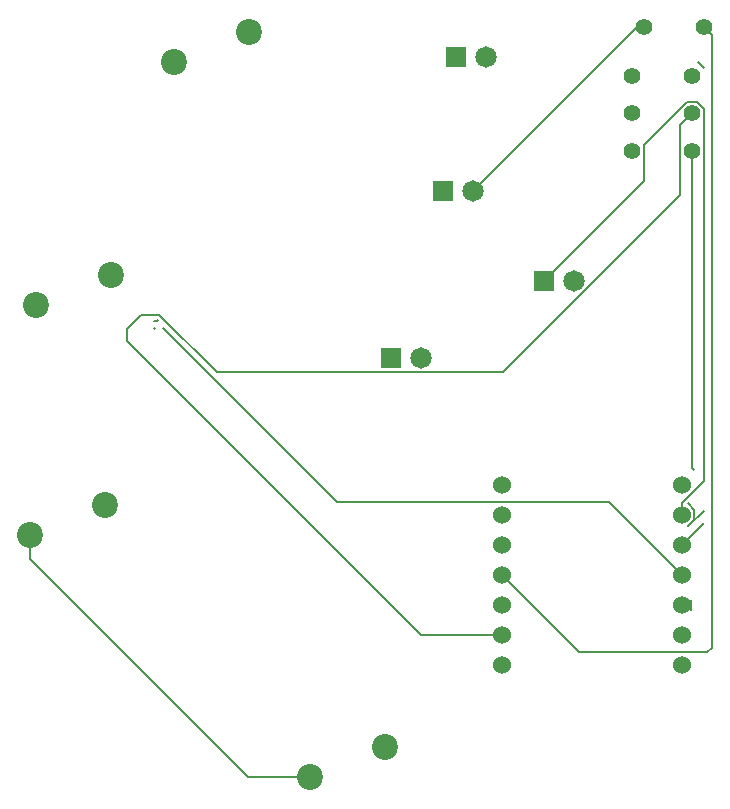
<source format=gbr>
%TF.GenerationSoftware,KiCad,Pcbnew,9.0.2*%
%TF.CreationDate,2025-07-04T20:25:53-04:00*%
%TF.ProjectId,Hack club,4861636b-2063-46c7-9562-2e6b69636164,rev?*%
%TF.SameCoordinates,Original*%
%TF.FileFunction,Copper,L2,Bot*%
%TF.FilePolarity,Positive*%
%FSLAX46Y46*%
G04 Gerber Fmt 4.6, Leading zero omitted, Abs format (unit mm)*
G04 Created by KiCad (PCBNEW 9.0.2) date 2025-07-04 20:25:53*
%MOMM*%
%LPD*%
G01*
G04 APERTURE LIST*
%TA.AperFunction,ComponentPad*%
%ADD10C,2.200000*%
%TD*%
%TA.AperFunction,ComponentPad*%
%ADD11C,1.815000*%
%TD*%
%TA.AperFunction,ComponentPad*%
%ADD12R,1.815000X1.815000*%
%TD*%
%TA.AperFunction,ComponentPad*%
%ADD13C,1.524000*%
%TD*%
%TA.AperFunction,ComponentPad*%
%ADD14C,1.400000*%
%TD*%
%TA.AperFunction,Conductor*%
%ADD15C,0.200000*%
%TD*%
G04 APERTURE END LIST*
D10*
%TO.P,SW3,1,1*%
%TO.N,button3*%
X91679000Y-93560500D03*
%TO.P,SW3,2,2*%
%TO.N,GND*%
X85329000Y-96100500D03*
%TD*%
D11*
%TO.P,D3,A*%
%TO.N,Net-(D3-PadA)*%
X122844000Y-66942735D03*
D12*
%TO.P,D3,C*%
%TO.N,GND*%
X120304000Y-66942735D03*
%TD*%
D10*
%TO.P,SW4,1,1*%
%TO.N,button4*%
X115369000Y-114020500D03*
%TO.P,SW4,2,2*%
%TO.N,GND*%
X109019000Y-116560500D03*
%TD*%
D11*
%TO.P,D4,A*%
%TO.N,Net-(D4-PadA)*%
X131329000Y-74600500D03*
D12*
%TO.P,D4,C*%
%TO.N,GND*%
X128789000Y-74600500D03*
%TD*%
D13*
%TO.P,U1,1,GPIO26/ADC0/A0*%
%TO.N,button1*%
X125235000Y-91850000D03*
%TO.P,U1,2,GPIO27/ADC1/A1*%
%TO.N,button2*%
X125235000Y-94390000D03*
%TO.P,U1,3,GPIO28/ADC2/A2*%
%TO.N,button3*%
X125235000Y-96930000D03*
%TO.P,U1,4,GPIO29/ADC3/A3*%
%TO.N,Led1*%
X125235000Y-99470000D03*
%TO.P,U1,5,GPIO6/SDA*%
%TO.N,Led2*%
X125235000Y-102010000D03*
%TO.P,U1,6,GPIO7/SCL*%
%TO.N,Led3*%
X125235000Y-104550000D03*
%TO.P,U1,7,GPIO0/TX*%
%TO.N,button4*%
X125235000Y-107090000D03*
%TO.P,U1,8,GPIO1/RX*%
%TO.N,Led4*%
X140475000Y-107090000D03*
%TO.P,U1,9,GPIO2/SCK*%
%TO.N,unconnected-(U1-GPIO2{slash}SCK-Pad9)*%
X140475000Y-104550000D03*
%TO.P,U1,10,GPIO4/MISO*%
%TO.N,unconnected-(U1-GPIO4{slash}MISO-Pad10)*%
X140475000Y-102010000D03*
%TO.P,U1,11,GPIO3/MOSI*%
%TO.N,unconnected-(U1-GPIO3{slash}MOSI-Pad11)*%
X140475000Y-99470000D03*
%TO.P,U1,12,3V3*%
%TO.N,unconnected-(U1-3V3-Pad12)*%
X140475000Y-96930000D03*
%TO.P,U1,13,GND*%
%TO.N,GND*%
X140475000Y-94390000D03*
%TO.P,U1,14,VBUS*%
%TO.N,unconnected-(U1-VBUS-Pad14)*%
X140475000Y-91850000D03*
%TD*%
D10*
%TO.P,SW2,1,1*%
%TO.N,button2*%
X92179000Y-74060500D03*
%TO.P,SW2,2,2*%
%TO.N,GND*%
X85829000Y-76600500D03*
%TD*%
D14*
%TO.P,R2,1*%
%TO.N,Net-(D4-PadA)*%
X136249000Y-57250500D03*
%TO.P,R2,2*%
%TO.N,Led2*%
X141329000Y-57250500D03*
%TD*%
D11*
%TO.P,D5,A*%
%TO.N,Net-(D5-PadA)*%
X118369000Y-81100500D03*
D12*
%TO.P,D5,C*%
%TO.N,GND*%
X115829000Y-81100500D03*
%TD*%
D11*
%TO.P,D1,A*%
%TO.N,Net-(D1-PadA)*%
X123869000Y-55600500D03*
D12*
%TO.P,D1,C*%
%TO.N,GND*%
X121329000Y-55600500D03*
%TD*%
D10*
%TO.P,SW1,1,1*%
%TO.N,button1*%
X103869000Y-53520500D03*
%TO.P,SW1,2,2*%
%TO.N,GND*%
X97519000Y-56060500D03*
%TD*%
D14*
%TO.P,R3,1*%
%TO.N,Net-(D5-PadA)*%
X136249000Y-60400500D03*
%TO.P,R3,2*%
%TO.N,Led3*%
X141329000Y-60400500D03*
%TD*%
%TO.P,R4,1*%
%TO.N,Net-(D1-PadA)*%
X136249000Y-63550500D03*
%TO.P,R4,2*%
%TO.N,Led4*%
X141329000Y-63550500D03*
%TD*%
%TO.P,R1,1*%
%TO.N,Net-(D3-PadA)*%
X137249000Y-53100500D03*
%TO.P,R1,2*%
%TO.N,Led1*%
X142329000Y-53100500D03*
%TD*%
D15*
%TO.N,GND*%
X137250000Y-63063872D02*
X137250000Y-66139500D01*
X109019000Y-116560500D02*
X103734184Y-116560500D01*
X103734184Y-116560500D02*
X85329000Y-98155316D01*
X85329000Y-98155316D02*
X85329000Y-96100500D01*
X140914372Y-59399500D02*
X137250000Y-63063872D01*
X141743628Y-59399500D02*
X140914372Y-59399500D01*
X140475000Y-94390000D02*
X140475000Y-93353310D01*
X137250000Y-66139500D02*
X128789000Y-74600500D01*
X140475000Y-93353310D02*
X142330000Y-91498310D01*
X142330000Y-59985872D02*
X141743628Y-59399500D01*
X142330000Y-91498310D02*
X142330000Y-59985872D01*
%TO.N,Net-(D3-PadA)*%
X136686235Y-53100500D02*
X137249000Y-53100500D01*
X122844000Y-66942735D02*
X136686235Y-53100500D01*
%TO.N,Led1*%
X143029000Y-105625000D02*
X143029000Y-53800500D01*
X131792000Y-106027000D02*
X142627000Y-106027000D01*
X143029000Y-53800500D02*
X142329000Y-53100500D01*
X142627000Y-106027000D02*
X143029000Y-105625000D01*
X125235000Y-99470000D02*
X131792000Y-106027000D01*
%TO.N,Led3*%
X101104600Y-82309000D02*
X125329578Y-82309000D01*
X93518000Y-79637970D02*
X93518000Y-78643030D01*
X140328000Y-61401500D02*
X141329000Y-60400500D01*
X125329578Y-82309000D02*
X140328000Y-67310578D01*
X140328000Y-67310578D02*
X140328000Y-61401500D01*
X96247650Y-77452050D02*
X101104600Y-82309000D01*
X118430030Y-104550000D02*
X93518000Y-79637970D01*
X125235000Y-104550000D02*
X118430030Y-104550000D01*
X94708980Y-77452050D02*
X96247650Y-77452050D01*
X93518000Y-78643030D02*
X94708980Y-77452050D01*
%TO.N,Led4*%
X141329000Y-90391500D02*
X141538000Y-90600500D01*
X141329000Y-63550500D02*
X141329000Y-90391500D01*
%TO.N,unconnected-(U1-3V3-Pad12)*%
X142330000Y-94038310D02*
X141048405Y-95319905D01*
X141538000Y-94830310D02*
X141538000Y-93949690D01*
X141538000Y-93949690D02*
X141008905Y-93420595D01*
X141048405Y-95319905D02*
X141538000Y-94830310D01*
X142330000Y-56517128D02*
X141829000Y-56016128D01*
X140475000Y-96930000D02*
X142330000Y-95075000D01*
%TO.N,unconnected-(U1-GPIO4{slash}MISO-Pad10)*%
X141262500Y-101569690D02*
X141262500Y-102450310D01*
%TO.N,unconnected-(U1-GPIO3{slash}MOSI-Pad11)*%
X134332000Y-93327000D02*
X111280000Y-93327000D01*
X140475000Y-99470000D02*
X134332000Y-93327000D01*
X96081550Y-77853050D02*
X95995100Y-77939500D01*
X96168000Y-77939500D02*
X96081550Y-77853050D01*
X111280000Y-93327000D02*
X96553500Y-78600500D01*
X95995100Y-77939500D02*
X95829000Y-77939500D01*
X95829000Y-78552030D02*
X95920000Y-78643030D01*
%TD*%
M02*

</source>
